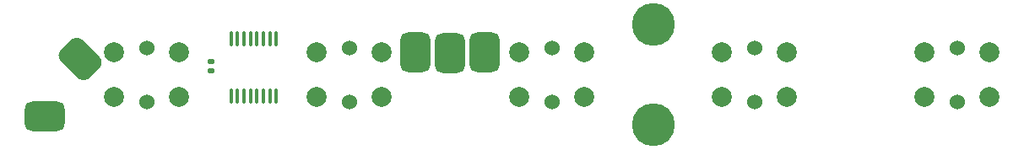
<source format=gbr>
G04 #@! TF.GenerationSoftware,KiCad,Pcbnew,8.0.6*
G04 #@! TF.CreationDate,2024-11-22T01:36:26-05:00*
G04 #@! TF.ProjectId,DDI-parent,4444492d-7061-4726-956e-742e6b696361,rev?*
G04 #@! TF.SameCoordinates,Original*
G04 #@! TF.FileFunction,Soldermask,Top*
G04 #@! TF.FilePolarity,Negative*
%FSLAX46Y46*%
G04 Gerber Fmt 4.6, Leading zero omitted, Abs format (unit mm)*
G04 Created by KiCad (PCBNEW 8.0.6) date 2024-11-22 01:36:26*
%MOMM*%
%LPD*%
G01*
G04 APERTURE LIST*
G04 Aperture macros list*
%AMRoundRect*
0 Rectangle with rounded corners*
0 $1 Rounding radius*
0 $2 $3 $4 $5 $6 $7 $8 $9 X,Y pos of 4 corners*
0 Add a 4 corners polygon primitive as box body*
4,1,4,$2,$3,$4,$5,$6,$7,$8,$9,$2,$3,0*
0 Add four circle primitives for the rounded corners*
1,1,$1+$1,$2,$3*
1,1,$1+$1,$4,$5*
1,1,$1+$1,$6,$7*
1,1,$1+$1,$8,$9*
0 Add four rect primitives between the rounded corners*
20,1,$1+$1,$2,$3,$4,$5,0*
20,1,$1+$1,$4,$5,$6,$7,0*
20,1,$1+$1,$6,$7,$8,$9,0*
20,1,$1+$1,$8,$9,$2,$3,0*%
G04 Aperture macros list end*
%ADD10RoundRect,0.140000X-0.170000X0.140000X-0.170000X-0.140000X0.170000X-0.140000X0.170000X0.140000X0*%
%ADD11RoundRect,0.100000X0.100000X-0.637500X0.100000X0.637500X-0.100000X0.637500X-0.100000X-0.637500X0*%
%ADD12C,2.000000*%
%ADD13C,1.524000*%
%ADD14RoundRect,0.750000X0.750000X-1.250000X0.750000X1.250000X-0.750000X1.250000X-0.750000X-1.250000X0*%
%ADD15C,4.300000*%
%ADD16RoundRect,0.750000X-1.250000X-0.750000X1.250000X-0.750000X1.250000X0.750000X-1.250000X0.750000X0*%
%ADD17RoundRect,0.750000X1.414214X-0.353553X-0.353553X1.414214X-1.414214X0.353553X0.353553X-1.414214X0*%
%ADD18RoundRect,0.750000X-0.750000X1.250000X-0.750000X-1.250000X0.750000X-1.250000X0.750000X1.250000X0*%
G04 APERTURE END LIST*
D10*
X173565631Y213970873D03*
X173565631Y213010873D03*
D11*
X175530458Y210498954D03*
X176180458Y210498954D03*
X176830458Y210498954D03*
X177480458Y210498954D03*
X178130458Y210498954D03*
X178780458Y210498954D03*
X179430458Y210498954D03*
X180080458Y210498954D03*
X180080458Y216223954D03*
X179430458Y216223954D03*
X178780458Y216223954D03*
X178130458Y216223954D03*
X177480458Y216223954D03*
X176830458Y216223954D03*
X176180458Y216223954D03*
X175530458Y216223954D03*
D12*
X163830566Y210397924D03*
X170330566Y210397924D03*
X163830566Y214897924D03*
X170330566Y214897924D03*
D13*
X167080566Y209947924D03*
X167080566Y215347924D03*
D12*
X204470566Y210397924D03*
X210970566Y210397924D03*
X204470566Y214897924D03*
X210970566Y214897924D03*
D13*
X207720566Y209947924D03*
X207720566Y215347924D03*
D12*
X224790566Y210397924D03*
X231290566Y210397924D03*
X224790566Y214897924D03*
X231290566Y214897924D03*
D13*
X228040566Y209947924D03*
X228040566Y215347924D03*
D12*
X245110566Y210397924D03*
X251610566Y210397924D03*
X245110566Y214897924D03*
X251610566Y214897924D03*
D13*
X248360566Y209947924D03*
X248360566Y215347924D03*
D12*
X184150566Y210397924D03*
X190650566Y210397924D03*
X184150566Y214897924D03*
X190650566Y214897924D03*
D13*
X187400566Y209947924D03*
X187400566Y215347924D03*
D14*
X197479910Y214859904D03*
X193993187Y214870694D03*
D15*
X217894575Y207594893D03*
D16*
X156814539Y208435955D03*
D17*
X160387838Y214191172D03*
D15*
X217930130Y217661058D03*
D18*
X200954411Y214874441D03*
M02*

</source>
